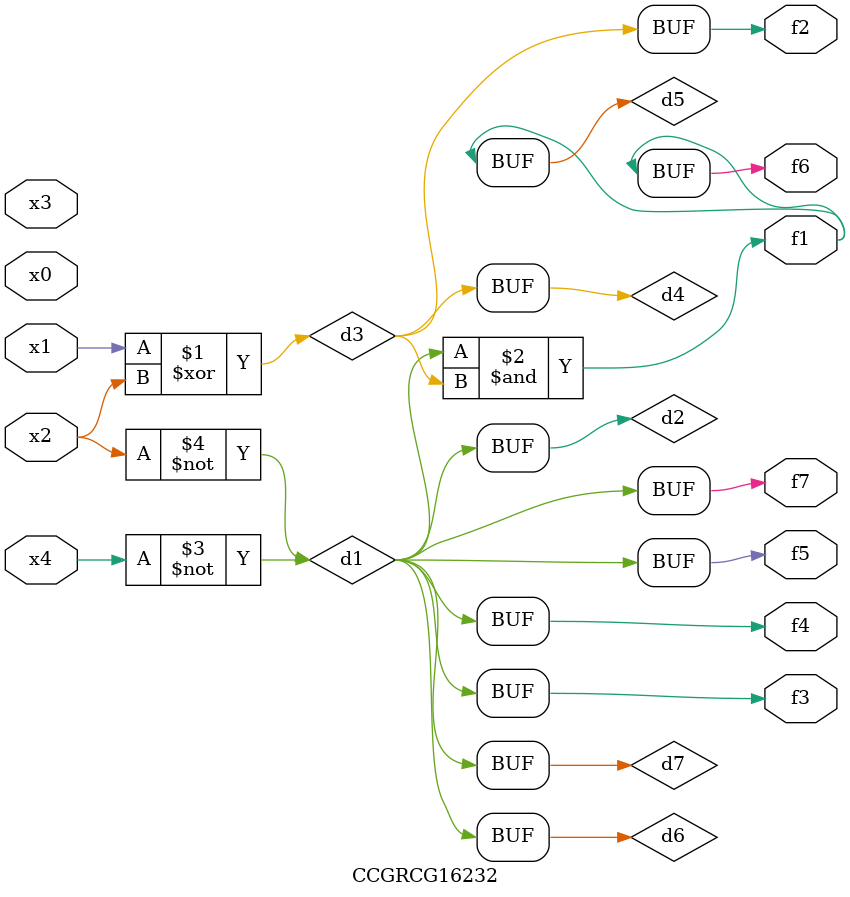
<source format=v>
module CCGRCG16232(
	input x0, x1, x2, x3, x4,
	output f1, f2, f3, f4, f5, f6, f7
);

	wire d1, d2, d3, d4, d5, d6, d7;

	not (d1, x4);
	not (d2, x2);
	xor (d3, x1, x2);
	buf (d4, d3);
	and (d5, d1, d3);
	buf (d6, d1, d2);
	buf (d7, d2);
	assign f1 = d5;
	assign f2 = d4;
	assign f3 = d7;
	assign f4 = d7;
	assign f5 = d7;
	assign f6 = d5;
	assign f7 = d7;
endmodule

</source>
